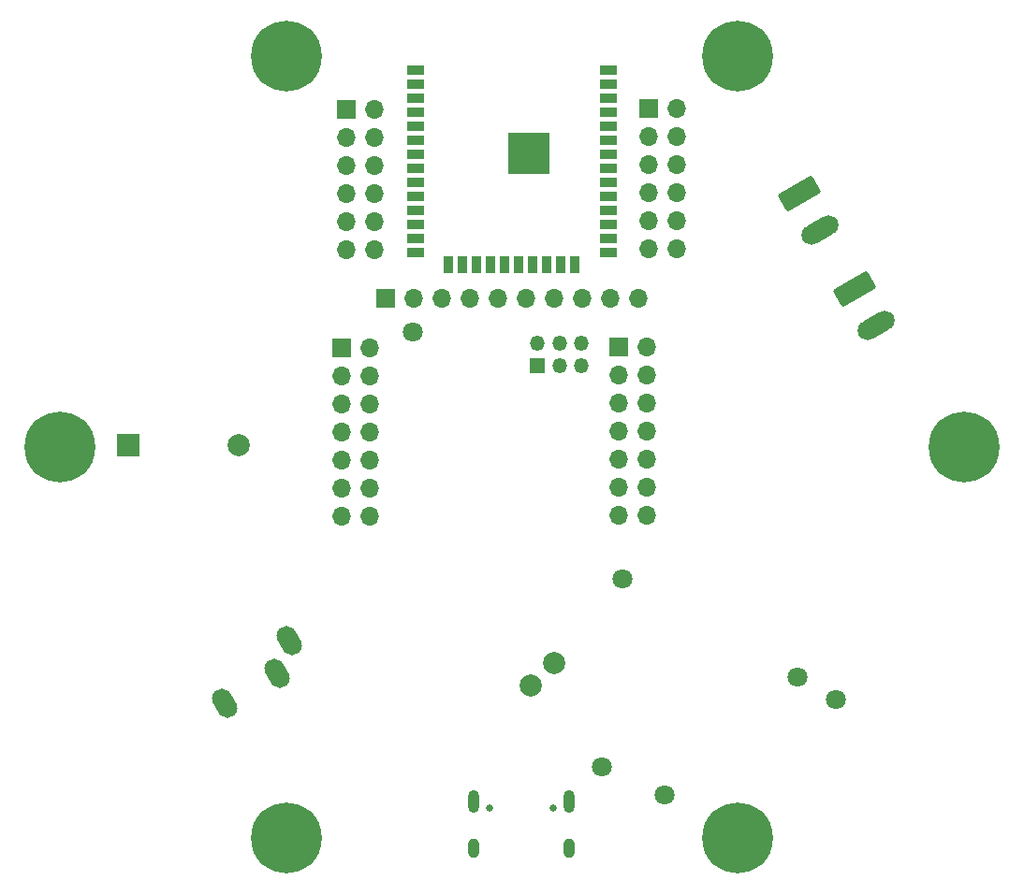
<source format=gbr>
%TF.GenerationSoftware,KiCad,Pcbnew,7.0.9*%
%TF.CreationDate,2024-05-28T15:48:04+02:00*%
%TF.ProjectId,ESP_DB_v1.0,4553505f-4442-45f7-9631-2e302e6b6963,rev?*%
%TF.SameCoordinates,Original*%
%TF.FileFunction,Soldermask,Bot*%
%TF.FilePolarity,Negative*%
%FSLAX46Y46*%
G04 Gerber Fmt 4.6, Leading zero omitted, Abs format (unit mm)*
G04 Created by KiCad (PCBNEW 7.0.9) date 2024-05-28 15:48:04*
%MOMM*%
%LPD*%
G01*
G04 APERTURE LIST*
G04 Aperture macros list*
%AMRoundRect*
0 Rectangle with rounded corners*
0 $1 Rounding radius*
0 $2 $3 $4 $5 $6 $7 $8 $9 X,Y pos of 4 corners*
0 Add a 4 corners polygon primitive as box body*
4,1,4,$2,$3,$4,$5,$6,$7,$8,$9,$2,$3,0*
0 Add four circle primitives for the rounded corners*
1,1,$1+$1,$2,$3*
1,1,$1+$1,$4,$5*
1,1,$1+$1,$6,$7*
1,1,$1+$1,$8,$9*
0 Add four rect primitives between the rounded corners*
20,1,$1+$1,$2,$3,$4,$5,0*
20,1,$1+$1,$4,$5,$6,$7,0*
20,1,$1+$1,$6,$7,$8,$9,0*
20,1,$1+$1,$8,$9,$2,$3,0*%
%AMHorizOval*
0 Thick line with rounded ends*
0 $1 width*
0 $2 $3 position (X,Y) of the first rounded end (center of the circle)*
0 $4 $5 position (X,Y) of the second rounded end (center of the circle)*
0 Add line between two ends*
20,1,$1,$2,$3,$4,$5,0*
0 Add two circle primitives to create the rounded ends*
1,1,$1,$2,$3*
1,1,$1,$4,$5*%
G04 Aperture macros list end*
%ADD10C,0.800000*%
%ADD11C,6.400000*%
%ADD12C,1.800000*%
%ADD13C,0.650000*%
%ADD14O,1.000000X2.100000*%
%ADD15O,1.000000X1.800000*%
%ADD16R,2.000000X2.000000*%
%ADD17C,2.000000*%
%ADD18R,1.700000X1.700000*%
%ADD19O,1.700000X1.700000*%
%ADD20HorizOval,1.800000X0.250000X-0.433013X-0.250000X0.433013X0*%
%ADD21RoundRect,0.250000X-1.667339X-0.212083X-1.017339X-1.337917X1.667339X0.212083X1.017339X1.337917X0*%
%ADD22HorizOval,1.800000X-0.779423X-0.450000X0.779423X0.450000X0*%
%ADD23R,1.350000X1.350000*%
%ADD24O,1.350000X1.350000*%
%ADD25R,1.500000X0.900000*%
%ADD26R,0.900000X1.500000*%
%ADD27C,0.600000*%
%ADD28R,3.800000X3.800000*%
G04 APERTURE END LIST*
D10*
%TO.C,H6*%
X113000000Y-59600000D03*
X113702944Y-57902944D03*
X113702944Y-61297056D03*
X115400000Y-57200000D03*
D11*
X115400000Y-59600000D03*
D10*
X115400000Y-62000000D03*
X117097056Y-57902944D03*
X117097056Y-61297056D03*
X117800000Y-59600000D03*
%TD*%
D12*
%TO.C,TP6*%
X105000000Y-106900000D03*
%TD*%
D10*
%TO.C,H2*%
X51700000Y-95000000D03*
X52402944Y-93302944D03*
X52402944Y-96697056D03*
X54100000Y-92600000D03*
D11*
X54100000Y-95000000D03*
D10*
X54100000Y-97400000D03*
X55797056Y-93302944D03*
X55797056Y-96697056D03*
X56500000Y-95000000D03*
%TD*%
D13*
%TO.C,J1*%
X92990000Y-127620000D03*
X98770000Y-127620000D03*
D14*
X91560000Y-127100000D03*
D15*
X91560000Y-131300000D03*
D14*
X100200000Y-127100000D03*
D15*
X100200000Y-131300000D03*
%TD*%
D16*
%TO.C,BZ1*%
X60300000Y-94800000D03*
D17*
X70300000Y-94800000D03*
%TD*%
D18*
%TO.C,J10*%
X107400000Y-64300000D03*
D19*
X109940000Y-64300000D03*
X107400000Y-66840000D03*
X109940000Y-66840000D03*
X107400000Y-69380000D03*
X109940000Y-69380000D03*
X107400000Y-71920000D03*
X109940000Y-71920000D03*
X107400000Y-74460000D03*
X109940000Y-74460000D03*
X107400000Y-77000000D03*
X109940000Y-77000000D03*
%TD*%
D12*
%TO.C,TP4*%
X86000000Y-84600000D03*
%TD*%
%TO.C,TP1*%
X124300000Y-117800000D03*
%TD*%
D10*
%TO.C,H5*%
X133500000Y-95000000D03*
X134202944Y-93302944D03*
X134202944Y-96697056D03*
X135900000Y-92600000D03*
D11*
X135900000Y-95000000D03*
D10*
X135900000Y-97400000D03*
X137597056Y-93302944D03*
X137597056Y-96697056D03*
X138300000Y-95000000D03*
%TD*%
D20*
%TO.C,J2*%
X68999296Y-118195449D03*
X74840897Y-112513398D03*
X73762436Y-115445449D03*
%TD*%
D12*
%TO.C,TP2*%
X120800000Y-115800000D03*
%TD*%
D17*
%TO.C,TP8*%
X98800000Y-114500000D03*
%TD*%
D12*
%TO.C,TP5*%
X108800000Y-126500000D03*
%TD*%
D10*
%TO.C,H3*%
X72200000Y-130400000D03*
X72902944Y-128702944D03*
X72902944Y-132097056D03*
X74600000Y-128000000D03*
D11*
X74600000Y-130400000D03*
D10*
X74600000Y-132800000D03*
X76297056Y-128702944D03*
X76297056Y-132097056D03*
X77000000Y-130400000D03*
%TD*%
D12*
%TO.C,TP3*%
X103100000Y-123900000D03*
%TD*%
D10*
%TO.C,H1*%
X72200000Y-59600000D03*
X72902944Y-57902944D03*
X72902944Y-61297056D03*
X74600000Y-57200000D03*
D11*
X74600000Y-59600000D03*
D10*
X74600000Y-62000000D03*
X76297056Y-57902944D03*
X76297056Y-61297056D03*
X77000000Y-59600000D03*
%TD*%
D18*
%TO.C,J4*%
X79625000Y-85975000D03*
D19*
X82165000Y-85975000D03*
X79625000Y-88515000D03*
X82165000Y-88515000D03*
X79625000Y-91055000D03*
X82165000Y-91055000D03*
X79625000Y-93595000D03*
X82165000Y-93595000D03*
X79625000Y-96135000D03*
X82165000Y-96135000D03*
X79625000Y-98675000D03*
X82165000Y-98675000D03*
X79625000Y-101215000D03*
X82165000Y-101215000D03*
%TD*%
D18*
%TO.C,J8*%
X83575000Y-81500000D03*
D19*
X86115000Y-81500000D03*
X88655000Y-81500000D03*
X91195000Y-81500000D03*
X93735000Y-81500000D03*
X96275000Y-81500000D03*
X98815000Y-81500000D03*
X101355000Y-81500000D03*
X103895000Y-81500000D03*
X106435000Y-81500000D03*
%TD*%
D18*
%TO.C,J6*%
X104660000Y-85920000D03*
D19*
X107200000Y-85920000D03*
X104660000Y-88460000D03*
X107200000Y-88460000D03*
X104660000Y-91000000D03*
X107200000Y-91000000D03*
X104660000Y-93540000D03*
X107200000Y-93540000D03*
X104660000Y-96080000D03*
X107200000Y-96080000D03*
X104660000Y-98620000D03*
X107200000Y-98620000D03*
X104660000Y-101160000D03*
X107200000Y-101160000D03*
%TD*%
D21*
%TO.C,J3*%
X120995000Y-72000443D03*
D22*
X122900000Y-75300000D03*
%TD*%
D21*
%TO.C,J7*%
X126006234Y-80680222D03*
D22*
X127911234Y-83979779D03*
%TD*%
D17*
%TO.C,TP7*%
X96700000Y-116600000D03*
%TD*%
D18*
%TO.C,J9*%
X80060000Y-64420000D03*
D19*
X82600000Y-64420000D03*
X80060000Y-66960000D03*
X82600000Y-66960000D03*
X80060000Y-69500000D03*
X82600000Y-69500000D03*
X80060000Y-72040000D03*
X82600000Y-72040000D03*
X80060000Y-74580000D03*
X82600000Y-74580000D03*
X80060000Y-77120000D03*
X82600000Y-77120000D03*
%TD*%
D23*
%TO.C,J5*%
X97300000Y-87600000D03*
D24*
X97300000Y-85600000D03*
X99300000Y-87600000D03*
X99300000Y-85600000D03*
X101300000Y-87600000D03*
X101300000Y-85600000D03*
%TD*%
D10*
%TO.C,H4*%
X113000000Y-130400000D03*
X113702944Y-128702944D03*
X113702944Y-132097056D03*
X115400000Y-128000000D03*
D11*
X115400000Y-130400000D03*
D10*
X115400000Y-132800000D03*
X117097056Y-128702944D03*
X117097056Y-132097056D03*
X117800000Y-130400000D03*
%TD*%
D25*
%TO.C,U3*%
X103750000Y-60845000D03*
X103750000Y-62115000D03*
X103750000Y-63385000D03*
X103750000Y-64655000D03*
X103750000Y-65925000D03*
X103750000Y-67195000D03*
X103750000Y-68465000D03*
X103750000Y-69735000D03*
X103750000Y-71005000D03*
X103750000Y-72275000D03*
X103750000Y-73545000D03*
X103750000Y-74815000D03*
X103750000Y-76085000D03*
X103750000Y-77355000D03*
D26*
X100715000Y-78450000D03*
X99445000Y-78450000D03*
X98175000Y-78450000D03*
X96905000Y-78450000D03*
X95635000Y-78450000D03*
X94365000Y-78450000D03*
X93095000Y-78450000D03*
X91825000Y-78450000D03*
X90555000Y-78450000D03*
X89285000Y-78450000D03*
D25*
X86250000Y-77355000D03*
X86250000Y-76085000D03*
X86250000Y-74815000D03*
X86250000Y-73545000D03*
X86250000Y-72275000D03*
X86250000Y-71005000D03*
X86250000Y-69735000D03*
X86250000Y-68465000D03*
X86250000Y-67195000D03*
X86250000Y-65925000D03*
X86250000Y-64655000D03*
X86250000Y-63385000D03*
X86250000Y-62115000D03*
X86250000Y-60845000D03*
D27*
X97900000Y-69110000D03*
X97900000Y-67710000D03*
X97200000Y-69810000D03*
X97200000Y-68410000D03*
X97200000Y-67010000D03*
X96500000Y-69110000D03*
D28*
X96500000Y-68410000D03*
D27*
X96500000Y-67710000D03*
X95800000Y-69810000D03*
X95800000Y-68410000D03*
X95800000Y-67010000D03*
X95100000Y-69110000D03*
X95100000Y-67710000D03*
%TD*%
M02*

</source>
